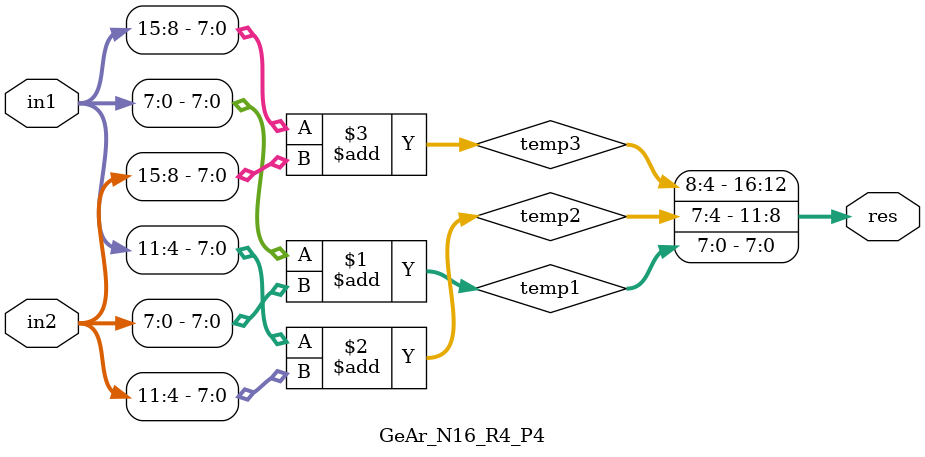
<source format=v>
`timescale 1ns / 1ps
module GeAr_N16_R4_P4(
    input [15:0] in1,
    input [15:0] in2,
    output [16:0] res
    );

wire [8:0] temp1,temp2,temp3;

assign temp1[8:0] = in1[7:0] + in2[7:0];
assign temp2[8:0] = in1[11:4] + in2[11:4];
assign temp3[8:0] = in1[15:8] + in2[15:8];

assign res[16:0] = {temp3[8:4],temp2[7:4],temp1[7:0]};

endmodule


</source>
